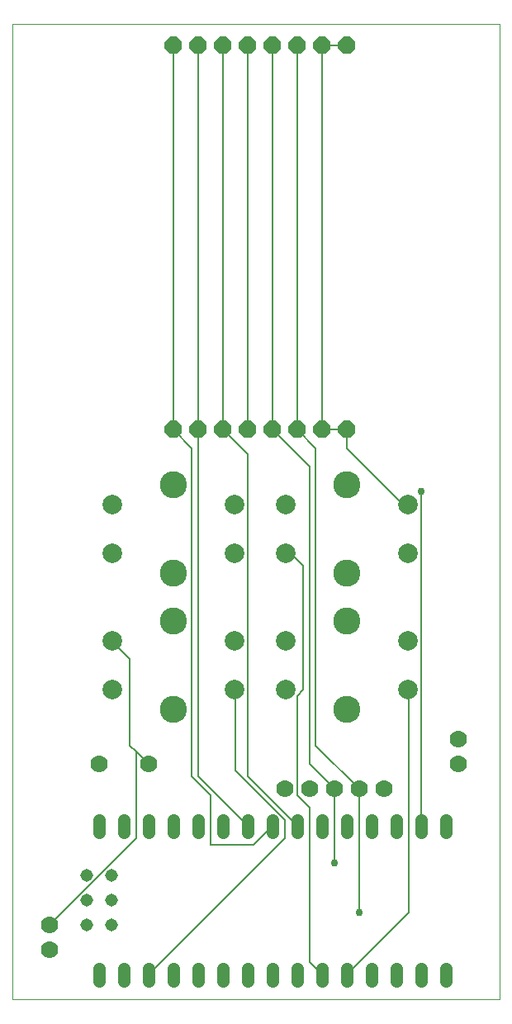
<source format=gtl>
G75*
%MOIN*%
%OFA0B0*%
%FSLAX25Y25*%
%IPPOS*%
%LPD*%
%AMOC8*
5,1,8,0,0,1.08239X$1,22.5*
%
%ADD10C,0.00000*%
%ADD11OC8,0.07000*%
%ADD12C,0.07000*%
%ADD13C,0.07874*%
%ADD14C,0.10925*%
%ADD15C,0.05150*%
%ADD16C,0.05150*%
%ADD17C,0.00600*%
%ADD18C,0.02978*%
D10*
X0052595Y0023933D02*
X0052595Y0417634D01*
X0249446Y0417634D01*
X0249446Y0023933D01*
X0052595Y0023933D01*
D11*
X0117595Y0253933D03*
X0127595Y0253933D03*
X0137595Y0253933D03*
X0147595Y0253933D03*
X0157595Y0253933D03*
X0167595Y0253933D03*
X0177595Y0253933D03*
X0187595Y0253933D03*
X0187595Y0408933D03*
X0177595Y0408933D03*
X0167595Y0408933D03*
X0157595Y0408933D03*
X0147595Y0408933D03*
X0137595Y0408933D03*
X0127595Y0408933D03*
X0117595Y0408933D03*
D12*
X0232595Y0128933D03*
X0232595Y0118933D03*
X0202595Y0108933D03*
X0192595Y0108933D03*
X0182595Y0108933D03*
X0172595Y0108933D03*
X0162595Y0108933D03*
X0107595Y0118933D03*
X0087595Y0118933D03*
X0067595Y0053933D03*
X0067595Y0043933D03*
D13*
X0092989Y0149091D03*
X0092989Y0168776D03*
X0092989Y0204091D03*
X0092989Y0223776D03*
X0142201Y0223776D03*
X0142201Y0204091D03*
X0162989Y0204091D03*
X0162989Y0223776D03*
X0162989Y0168776D03*
X0162989Y0149091D03*
X0142201Y0149091D03*
X0142201Y0168776D03*
X0212201Y0168776D03*
X0212201Y0149091D03*
X0212201Y0204091D03*
X0212201Y0223776D03*
D14*
X0187595Y0231650D03*
X0187595Y0196217D03*
X0187595Y0176650D03*
X0187595Y0141217D03*
X0117595Y0141217D03*
X0117595Y0176650D03*
X0117595Y0196217D03*
X0117595Y0231650D03*
D15*
X0117595Y0096508D02*
X0117595Y0091358D01*
X0127595Y0091358D02*
X0127595Y0096508D01*
X0137595Y0096508D02*
X0137595Y0091358D01*
X0147595Y0091358D02*
X0147595Y0096508D01*
X0157595Y0096508D02*
X0157595Y0091358D01*
X0167595Y0091358D02*
X0167595Y0096508D01*
X0177595Y0096508D02*
X0177595Y0091358D01*
X0187595Y0091358D02*
X0187595Y0096508D01*
X0197595Y0096508D02*
X0197595Y0091358D01*
X0207595Y0091358D02*
X0207595Y0096508D01*
X0217595Y0096508D02*
X0217595Y0091358D01*
X0227595Y0091358D02*
X0227595Y0096508D01*
X0227595Y0036508D02*
X0227595Y0031358D01*
X0217595Y0031358D02*
X0217595Y0036508D01*
X0207595Y0036508D02*
X0207595Y0031358D01*
X0197595Y0031358D02*
X0197595Y0036508D01*
X0187595Y0036508D02*
X0187595Y0031358D01*
X0177595Y0031358D02*
X0177595Y0036508D01*
X0167595Y0036508D02*
X0167595Y0031358D01*
X0157595Y0031358D02*
X0157595Y0036508D01*
X0147595Y0036508D02*
X0147595Y0031358D01*
X0137595Y0031358D02*
X0137595Y0036508D01*
X0127595Y0036508D02*
X0127595Y0031358D01*
X0117595Y0031358D02*
X0117595Y0036508D01*
X0107595Y0036508D02*
X0107595Y0031358D01*
X0097595Y0031358D02*
X0097595Y0036508D01*
X0087595Y0036508D02*
X0087595Y0031358D01*
X0087595Y0091358D02*
X0087595Y0096508D01*
X0097595Y0096508D02*
X0097595Y0091358D01*
X0107595Y0091358D02*
X0107595Y0096508D01*
D16*
X0092595Y0073933D03*
X0092595Y0063933D03*
X0092595Y0053933D03*
X0082595Y0053933D03*
X0082595Y0063933D03*
X0082595Y0073933D03*
D17*
X0102595Y0088933D02*
X0067595Y0053933D01*
X0102595Y0088933D02*
X0102595Y0123933D01*
X0107595Y0118933D01*
X0102595Y0123933D02*
X0100095Y0126433D01*
X0100095Y0161433D01*
X0095095Y0166433D01*
X0092989Y0168776D01*
X0125095Y0113933D02*
X0125095Y0246433D01*
X0117595Y0253933D01*
X0117595Y0408933D01*
X0127595Y0408933D02*
X0127595Y0253933D01*
X0127595Y0113933D01*
X0147595Y0093933D01*
X0150095Y0086433D02*
X0132595Y0086433D01*
X0132595Y0106433D01*
X0125095Y0113933D01*
X0142595Y0116433D02*
X0142595Y0148933D01*
X0142201Y0149091D01*
X0142595Y0116433D02*
X0162595Y0096433D01*
X0162595Y0088933D01*
X0107595Y0033933D01*
X0150095Y0086433D02*
X0157595Y0093933D01*
X0167595Y0093933D02*
X0147595Y0113933D01*
X0147595Y0243933D01*
X0137595Y0253933D01*
X0137595Y0408933D01*
X0147595Y0408933D02*
X0147595Y0253933D01*
X0157595Y0253933D02*
X0172595Y0238933D01*
X0172595Y0118933D01*
X0182595Y0108933D01*
X0182595Y0078933D01*
X0192595Y0058933D02*
X0192595Y0108933D01*
X0175095Y0126433D01*
X0175095Y0246433D01*
X0167595Y0253933D01*
X0167595Y0408933D01*
X0157595Y0408933D02*
X0157595Y0253933D01*
X0177595Y0253933D02*
X0177595Y0408933D01*
X0187595Y0408933D01*
X0187595Y0253933D02*
X0177595Y0253933D01*
X0187595Y0253933D02*
X0187595Y0246433D01*
X0210095Y0223933D01*
X0212201Y0223776D01*
X0217595Y0228933D02*
X0217595Y0093933D01*
X0212595Y0058933D02*
X0212595Y0148933D01*
X0212201Y0149091D01*
X0167595Y0106433D02*
X0172595Y0101433D01*
X0172595Y0038933D01*
X0177595Y0033933D01*
X0187595Y0033933D02*
X0212595Y0058933D01*
X0167595Y0106433D02*
X0167595Y0146433D01*
X0170095Y0148933D01*
X0170095Y0198933D01*
X0165095Y0203933D01*
X0162989Y0204091D01*
D18*
X0217595Y0228933D03*
X0182595Y0078933D03*
X0192595Y0058933D03*
M02*

</source>
